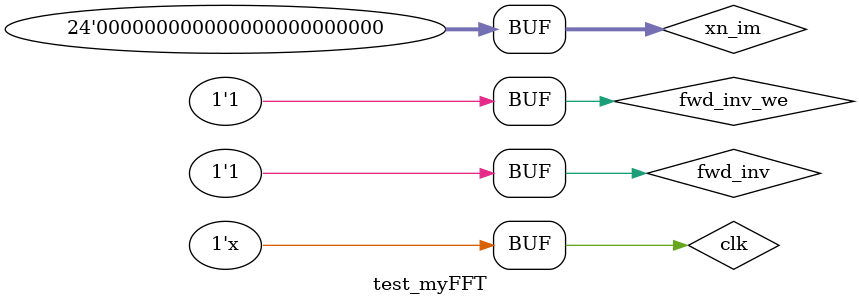
<source format=v>
`timescale 1ns / 1ps


module test_myFFT;

	// Inputs
	reg clk;
	reg start;
	reg unload;
	reg [23:0] xn_re;
	reg [23:0] xn_im;
	reg fwd_inv;
	reg fwd_inv_we;
	wire rfd;

	// Outputs
	wire [2:0] xn_index;
	wire busy;
	wire edone;
	wire done;
	wire dv;
	wire [2:0] xk_index;
	wire [27:0] xk_re;
	wire [27:0] xk_im;

	// Instantiate the Unit Under Test (UUT)
	testFFT uut (
		.clk(clk), 
		.start(start), 
		.unload(unload), 
		.xn_re(xn_re), 
		.xn_im(xn_im), 
		.fwd_inv(fwd_inv), 
		.fwd_inv_we(fwd_inv_we), 
		.rfd(rfd), 
		.xn_index(xn_index), 
		.busy(busy), 
		.edone(edone), 
		.done(done), 
		.dv(dv), 
		.xk_index(xk_index),
		.xk_re(xk_re), 
		.xk_im(xk_im)
	);
	always begin
			#5 clk = ~clk;
		end
	initial begin
		// Initialize Inputs
		clk = 0;
		start = 0;
		unload = 0;
		xn_re = 24'h000002;
		xn_im = 0;
		fwd_inv = 1;
		fwd_inv_we = 1;

		// Wait 100 ns for global reset to finish
		#10;
      start = 1;  
		// Add stimulus here
		#1000;
		start = 1;
		
		
	end
	
	always @(posedge clk)begin
		if(rfd )begin
			// output ready
			case (xn_index)
				0: xn_re <= 24'h000000;
				1: xn_re <= 24'h000002;
				2: xn_re <= 24'h000000;
				3:xn_re <= 24'h000002;
				4:xn_re <= 24'h000000;
				5:xn_re <= 24'h000002;
				6:xn_re <= 24'h000000;
				7: xn_re <= 24'h000002;
				default: xn_re <= 24'h000002;
			endcase
			start <= 1;
		end
		if(done) begin
			//output ready
			unload <= 1;
			start <= 0;
		end
	end
      
endmodule


</source>
